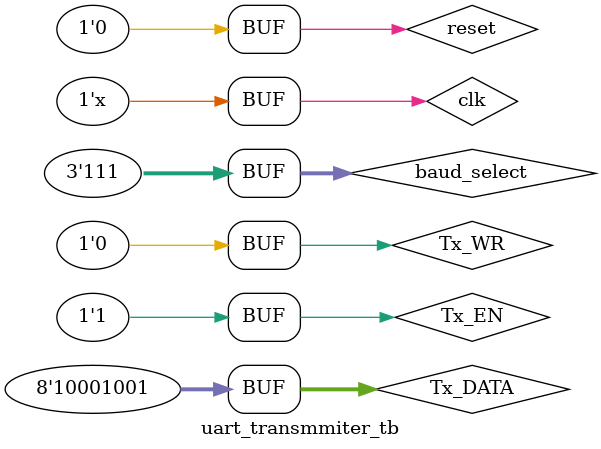
<source format=v>
`timescale 1ns/1ps
`define clock_period 10

module uart_transmmiter_tb;

reg clk, reset, Tx_WR, Tx_EN;
reg [2:0] baud_select;
reg [7:0] Tx_DATA;

//Instantiation of uart_transmmiter module
uart_transmitter uart_transmmiter_tb(reset, clk, Tx_DATA, baud_select, Tx_WR, Tx_EN, TxD, Tx_BUSY);

initial
    begin

       //$dumpfile("tb_dumpfile.vcd");
       //$dumpvars(0, uart_transmmiter_tb);
  

        clk = 1'b0;
        baud_select = 3'b111;
        Tx_DATA = 8'b10001001;
        #100 reset = 1'b1;
        #50 reset = 1'b0;
        Tx_EN = 1'b1;
        Tx_WR = 1'b1;
        #10 Tx_WR = 1'b0;
        #(10000000*`clock_period);
    end

//Generate clock
always  
   #(`clock_period / 2) clk = ~clk; 

endmodule
</source>
